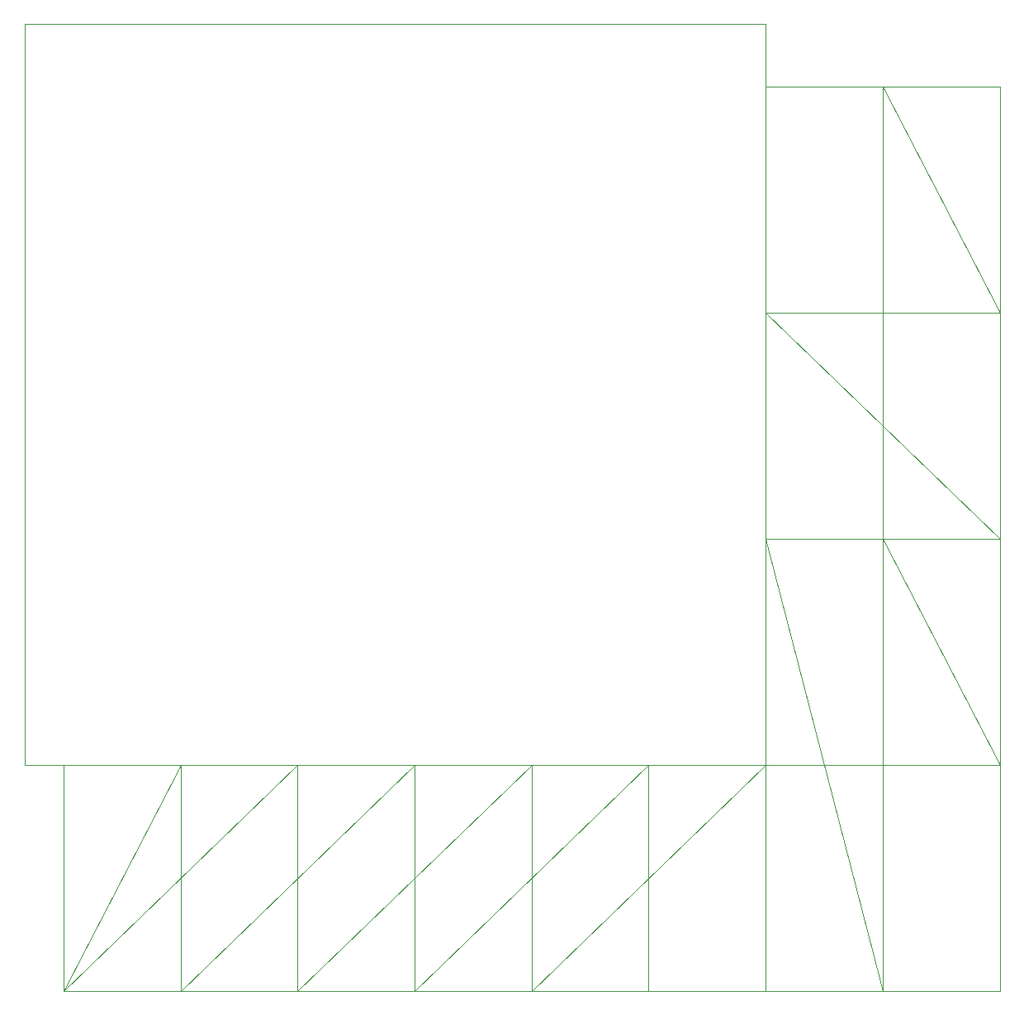
<source format=gko>
%MOIN*%
%OFA0B0*%
%FSLAX44Y44*%
%IPPOS*%
%LPD*%
%ADD10C,0*%
D10*
X00029921Y00018582D02*
X00029921Y00018582D01*
X00034645Y00018582D01*
X00034645Y00027716D01*
X00029921Y00027716D01*
X00029921Y00018582D01*
X00029921Y00009448D02*
X00029921Y00009448D01*
X00029921Y00039370D01*
X00000000Y00039370D01*
X00000000Y00009448D01*
X00029921Y00009448D01*
X00029921Y00000314D02*
X00029921Y00000314D01*
X00034645Y00000314D01*
X00034645Y00009448D01*
X00029921Y00009448D01*
X00029921Y00000314D01*
X00034645Y00036850D02*
X00039370Y00027716D01*
X00039370Y00036850D01*
X00034645Y00036850D01*
X00029921Y00027716D02*
X00039370Y00018582D01*
X00039370Y00027716D01*
X00034645Y00027716D01*
X00034645Y00036850D01*
X00029921Y00036850D01*
X00029921Y00027716D01*
X00034645Y00018582D02*
X00039370Y00009448D01*
X00039370Y00018582D01*
X00034645Y00018582D01*
X00001574Y00000314D02*
X00006299Y00009448D01*
X00001574Y00009448D01*
X00001574Y00000314D01*
X00001574Y00000314D02*
X00011023Y00009448D01*
X00006299Y00009448D01*
X00006299Y00000314D01*
X00001574Y00000314D01*
X00006299Y00000314D02*
X00015748Y00009448D01*
X00011023Y00009448D01*
X00011023Y00000314D01*
X00006299Y00000314D01*
X00011023Y00000314D02*
X00020472Y00009448D01*
X00015748Y00009448D01*
X00015748Y00000314D01*
X00011023Y00000314D01*
X00015748Y00000314D02*
X00025196Y00009448D01*
X00020472Y00009448D01*
X00020472Y00000314D01*
X00015748Y00000314D01*
X00020472Y00000314D02*
X00029921Y00009448D01*
X00025196Y00009448D01*
X00025196Y00000314D01*
X00020472Y00000314D01*
X00029921Y00000314D02*
X00025196Y00000314D01*
X00029921Y00000314D01*
X00029921Y00018582D02*
X00034645Y00000314D01*
X00039370Y00000314D01*
X00039370Y00009448D01*
X00034645Y00009448D01*
X00034645Y00018582D01*
X00029921Y00018582D01*
M02*
</source>
